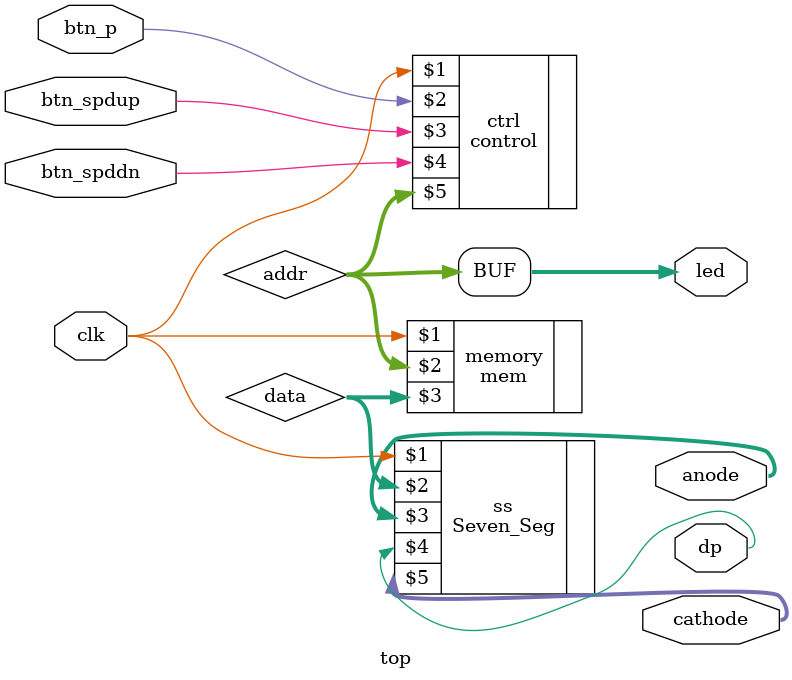
<source format=v>
`timescale 1ns / 1ps

module top(
    input btn_p,                // pause button
    input btn_spdup,            // speed-up button
    input btn_spddn,            // speed-down button
    input clk,                  // input clk, fundamental frequency 100MHz (in Xilinx Board) 50MHZ (in Pango board)
    output [7:0] anode,         // anodes for 7-segment
    output [6:0] cathode,       // cathodes for 7-segment
    output dp,                  // dot point for 7-segment
    output [7:0] led            // output current addr by led
);

wire [7:0] addr;
wire [31:0] data;

// Control module generates 8-bit address
// addr[7] = 0 for instruction memory, addr[7] = 1 for data memory
// addr[6:0] = actual memory address (0-127)
control ctrl(clk, btn_p, btn_spdup, btn_spddn, addr);

// Memory module contains both instruction and data ROM
// Uses addr[7] to select between them
mem memory(clk, addr, data);

// Seven-segment display shows memory content
Seven_Seg ss(clk, data, anode, dp, cathode);

// LED display shows current address
assign led = addr;

endmodule

</source>
